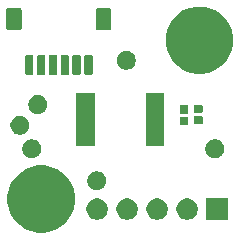
<source format=gbr>
G04 #@! TF.GenerationSoftware,KiCad,Pcbnew,5.1.5-52549c5~84~ubuntu18.04.1*
G04 #@! TF.CreationDate,2020-02-17T23:24:27+01:00*
G04 #@! TF.ProjectId,bldc_motor_encoder,626c6463-5f6d-46f7-946f-725f656e636f,rev?*
G04 #@! TF.SameCoordinates,Original*
G04 #@! TF.FileFunction,Soldermask,Top*
G04 #@! TF.FilePolarity,Negative*
%FSLAX46Y46*%
G04 Gerber Fmt 4.6, Leading zero omitted, Abs format (unit mm)*
G04 Created by KiCad (PCBNEW 5.1.5-52549c5~84~ubuntu18.04.1) date 2020-02-17 23:24:27*
%MOMM*%
%LPD*%
G04 APERTURE LIST*
%ADD10C,0.100000*%
G04 APERTURE END LIST*
D10*
G36*
X134131606Y-94008562D02*
G01*
X134650455Y-94223476D01*
X134959213Y-94429782D01*
X135117406Y-94535483D01*
X135514517Y-94932594D01*
X135537077Y-94966358D01*
X135826524Y-95399545D01*
X136041438Y-95918394D01*
X136151000Y-96469201D01*
X136151000Y-97030799D01*
X136041438Y-97581606D01*
X135826524Y-98100455D01*
X135514516Y-98567407D01*
X135117407Y-98964516D01*
X134650455Y-99276524D01*
X134131606Y-99491438D01*
X133856202Y-99546219D01*
X133580800Y-99601000D01*
X133019200Y-99601000D01*
X132468394Y-99491438D01*
X131949545Y-99276524D01*
X131482593Y-98964516D01*
X131085484Y-98567407D01*
X130773476Y-98100455D01*
X130558562Y-97581606D01*
X130449000Y-97030799D01*
X130449000Y-96469201D01*
X130558562Y-95918394D01*
X130773476Y-95399545D01*
X131062923Y-94966358D01*
X131085483Y-94932594D01*
X131482594Y-94535483D01*
X131640787Y-94429782D01*
X131949545Y-94223476D01*
X132468394Y-94008562D01*
X133019200Y-93899000D01*
X133580800Y-93899000D01*
X134131606Y-94008562D01*
G37*
G36*
X149101000Y-98501000D02*
G01*
X147299000Y-98501000D01*
X147299000Y-96699000D01*
X149101000Y-96699000D01*
X149101000Y-98501000D01*
G37*
G36*
X138153512Y-96703927D02*
G01*
X138302812Y-96733624D01*
X138466784Y-96801544D01*
X138614354Y-96900147D01*
X138739853Y-97025646D01*
X138838456Y-97173216D01*
X138906376Y-97337188D01*
X138941000Y-97511259D01*
X138941000Y-97688741D01*
X138906376Y-97862812D01*
X138838456Y-98026784D01*
X138739853Y-98174354D01*
X138614354Y-98299853D01*
X138466784Y-98398456D01*
X138302812Y-98466376D01*
X138153512Y-98496073D01*
X138128742Y-98501000D01*
X137951258Y-98501000D01*
X137926488Y-98496073D01*
X137777188Y-98466376D01*
X137613216Y-98398456D01*
X137465646Y-98299853D01*
X137340147Y-98174354D01*
X137241544Y-98026784D01*
X137173624Y-97862812D01*
X137139000Y-97688741D01*
X137139000Y-97511259D01*
X137173624Y-97337188D01*
X137241544Y-97173216D01*
X137340147Y-97025646D01*
X137465646Y-96900147D01*
X137613216Y-96801544D01*
X137777188Y-96733624D01*
X137926488Y-96703927D01*
X137951258Y-96699000D01*
X138128742Y-96699000D01*
X138153512Y-96703927D01*
G37*
G36*
X140693512Y-96703927D02*
G01*
X140842812Y-96733624D01*
X141006784Y-96801544D01*
X141154354Y-96900147D01*
X141279853Y-97025646D01*
X141378456Y-97173216D01*
X141446376Y-97337188D01*
X141481000Y-97511259D01*
X141481000Y-97688741D01*
X141446376Y-97862812D01*
X141378456Y-98026784D01*
X141279853Y-98174354D01*
X141154354Y-98299853D01*
X141006784Y-98398456D01*
X140842812Y-98466376D01*
X140693512Y-98496073D01*
X140668742Y-98501000D01*
X140491258Y-98501000D01*
X140466488Y-98496073D01*
X140317188Y-98466376D01*
X140153216Y-98398456D01*
X140005646Y-98299853D01*
X139880147Y-98174354D01*
X139781544Y-98026784D01*
X139713624Y-97862812D01*
X139679000Y-97688741D01*
X139679000Y-97511259D01*
X139713624Y-97337188D01*
X139781544Y-97173216D01*
X139880147Y-97025646D01*
X140005646Y-96900147D01*
X140153216Y-96801544D01*
X140317188Y-96733624D01*
X140466488Y-96703927D01*
X140491258Y-96699000D01*
X140668742Y-96699000D01*
X140693512Y-96703927D01*
G37*
G36*
X143233512Y-96703927D02*
G01*
X143382812Y-96733624D01*
X143546784Y-96801544D01*
X143694354Y-96900147D01*
X143819853Y-97025646D01*
X143918456Y-97173216D01*
X143986376Y-97337188D01*
X144021000Y-97511259D01*
X144021000Y-97688741D01*
X143986376Y-97862812D01*
X143918456Y-98026784D01*
X143819853Y-98174354D01*
X143694354Y-98299853D01*
X143546784Y-98398456D01*
X143382812Y-98466376D01*
X143233512Y-98496073D01*
X143208742Y-98501000D01*
X143031258Y-98501000D01*
X143006488Y-98496073D01*
X142857188Y-98466376D01*
X142693216Y-98398456D01*
X142545646Y-98299853D01*
X142420147Y-98174354D01*
X142321544Y-98026784D01*
X142253624Y-97862812D01*
X142219000Y-97688741D01*
X142219000Y-97511259D01*
X142253624Y-97337188D01*
X142321544Y-97173216D01*
X142420147Y-97025646D01*
X142545646Y-96900147D01*
X142693216Y-96801544D01*
X142857188Y-96733624D01*
X143006488Y-96703927D01*
X143031258Y-96699000D01*
X143208742Y-96699000D01*
X143233512Y-96703927D01*
G37*
G36*
X145773512Y-96703927D02*
G01*
X145922812Y-96733624D01*
X146086784Y-96801544D01*
X146234354Y-96900147D01*
X146359853Y-97025646D01*
X146458456Y-97173216D01*
X146526376Y-97337188D01*
X146561000Y-97511259D01*
X146561000Y-97688741D01*
X146526376Y-97862812D01*
X146458456Y-98026784D01*
X146359853Y-98174354D01*
X146234354Y-98299853D01*
X146086784Y-98398456D01*
X145922812Y-98466376D01*
X145773512Y-98496073D01*
X145748742Y-98501000D01*
X145571258Y-98501000D01*
X145546488Y-98496073D01*
X145397188Y-98466376D01*
X145233216Y-98398456D01*
X145085646Y-98299853D01*
X144960147Y-98174354D01*
X144861544Y-98026784D01*
X144793624Y-97862812D01*
X144759000Y-97688741D01*
X144759000Y-97511259D01*
X144793624Y-97337188D01*
X144861544Y-97173216D01*
X144960147Y-97025646D01*
X145085646Y-96900147D01*
X145233216Y-96801544D01*
X145397188Y-96733624D01*
X145546488Y-96703927D01*
X145571258Y-96699000D01*
X145748742Y-96699000D01*
X145773512Y-96703927D01*
G37*
G36*
X138233642Y-94429781D02*
G01*
X138379414Y-94490162D01*
X138379416Y-94490163D01*
X138510608Y-94577822D01*
X138622178Y-94689392D01*
X138709837Y-94820584D01*
X138709838Y-94820586D01*
X138770219Y-94966358D01*
X138801000Y-95121107D01*
X138801000Y-95278893D01*
X138770219Y-95433642D01*
X138709838Y-95579414D01*
X138709837Y-95579416D01*
X138622178Y-95710608D01*
X138510608Y-95822178D01*
X138379416Y-95909837D01*
X138379415Y-95909838D01*
X138379414Y-95909838D01*
X138233642Y-95970219D01*
X138078893Y-96001000D01*
X137921107Y-96001000D01*
X137766358Y-95970219D01*
X137620586Y-95909838D01*
X137620585Y-95909838D01*
X137620584Y-95909837D01*
X137489392Y-95822178D01*
X137377822Y-95710608D01*
X137290163Y-95579416D01*
X137290162Y-95579414D01*
X137229781Y-95433642D01*
X137199000Y-95278893D01*
X137199000Y-95121107D01*
X137229781Y-94966358D01*
X137290162Y-94820586D01*
X137290163Y-94820584D01*
X137377822Y-94689392D01*
X137489392Y-94577822D01*
X137620584Y-94490163D01*
X137620586Y-94490162D01*
X137766358Y-94429781D01*
X137921107Y-94399000D01*
X138078893Y-94399000D01*
X138233642Y-94429781D01*
G37*
G36*
X148233642Y-91729781D02*
G01*
X148379414Y-91790162D01*
X148379416Y-91790163D01*
X148510608Y-91877822D01*
X148622178Y-91989392D01*
X148709837Y-92120584D01*
X148709838Y-92120586D01*
X148770219Y-92266358D01*
X148801000Y-92421107D01*
X148801000Y-92578893D01*
X148770219Y-92733642D01*
X148709838Y-92879414D01*
X148709837Y-92879416D01*
X148622178Y-93010608D01*
X148510608Y-93122178D01*
X148379416Y-93209837D01*
X148379415Y-93209838D01*
X148379414Y-93209838D01*
X148233642Y-93270219D01*
X148078893Y-93301000D01*
X147921107Y-93301000D01*
X147766358Y-93270219D01*
X147620586Y-93209838D01*
X147620585Y-93209838D01*
X147620584Y-93209837D01*
X147489392Y-93122178D01*
X147377822Y-93010608D01*
X147290163Y-92879416D01*
X147290162Y-92879414D01*
X147229781Y-92733642D01*
X147199000Y-92578893D01*
X147199000Y-92421107D01*
X147229781Y-92266358D01*
X147290162Y-92120586D01*
X147290163Y-92120584D01*
X147377822Y-91989392D01*
X147489392Y-91877822D01*
X147620584Y-91790163D01*
X147620586Y-91790162D01*
X147766358Y-91729781D01*
X147921107Y-91699000D01*
X148078893Y-91699000D01*
X148233642Y-91729781D01*
G37*
G36*
X132733642Y-91729781D02*
G01*
X132879414Y-91790162D01*
X132879416Y-91790163D01*
X133010608Y-91877822D01*
X133122178Y-91989392D01*
X133209837Y-92120584D01*
X133209838Y-92120586D01*
X133270219Y-92266358D01*
X133301000Y-92421107D01*
X133301000Y-92578893D01*
X133270219Y-92733642D01*
X133209838Y-92879414D01*
X133209837Y-92879416D01*
X133122178Y-93010608D01*
X133010608Y-93122178D01*
X132879416Y-93209837D01*
X132879415Y-93209838D01*
X132879414Y-93209838D01*
X132733642Y-93270219D01*
X132578893Y-93301000D01*
X132421107Y-93301000D01*
X132266358Y-93270219D01*
X132120586Y-93209838D01*
X132120585Y-93209838D01*
X132120584Y-93209837D01*
X131989392Y-93122178D01*
X131877822Y-93010608D01*
X131790163Y-92879416D01*
X131790162Y-92879414D01*
X131729781Y-92733642D01*
X131699000Y-92578893D01*
X131699000Y-92421107D01*
X131729781Y-92266358D01*
X131790162Y-92120586D01*
X131790163Y-92120584D01*
X131877822Y-91989392D01*
X131989392Y-91877822D01*
X132120584Y-91790163D01*
X132120586Y-91790162D01*
X132266358Y-91729781D01*
X132421107Y-91699000D01*
X132578893Y-91699000D01*
X132733642Y-91729781D01*
G37*
G36*
X143726000Y-92226000D02*
G01*
X142174000Y-92226000D01*
X142174000Y-87774000D01*
X143726000Y-87774000D01*
X143726000Y-92226000D01*
G37*
G36*
X137826000Y-92226000D02*
G01*
X136274000Y-92226000D01*
X136274000Y-87774000D01*
X137826000Y-87774000D01*
X137826000Y-92226000D01*
G37*
G36*
X131733642Y-89729781D02*
G01*
X131879414Y-89790162D01*
X131879416Y-89790163D01*
X132010608Y-89877822D01*
X132122178Y-89989392D01*
X132209837Y-90120584D01*
X132209838Y-90120586D01*
X132270219Y-90266358D01*
X132301000Y-90421107D01*
X132301000Y-90578893D01*
X132270219Y-90733642D01*
X132209838Y-90879414D01*
X132209837Y-90879416D01*
X132122178Y-91010608D01*
X132010608Y-91122178D01*
X131879416Y-91209837D01*
X131879415Y-91209838D01*
X131879414Y-91209838D01*
X131733642Y-91270219D01*
X131578893Y-91301000D01*
X131421107Y-91301000D01*
X131266358Y-91270219D01*
X131120586Y-91209838D01*
X131120585Y-91209838D01*
X131120584Y-91209837D01*
X130989392Y-91122178D01*
X130877822Y-91010608D01*
X130790163Y-90879416D01*
X130790162Y-90879414D01*
X130729781Y-90733642D01*
X130699000Y-90578893D01*
X130699000Y-90421107D01*
X130729781Y-90266358D01*
X130790162Y-90120586D01*
X130790163Y-90120584D01*
X130877822Y-89989392D01*
X130989392Y-89877822D01*
X131120584Y-89790163D01*
X131120586Y-89790162D01*
X131266358Y-89729781D01*
X131421107Y-89699000D01*
X131578893Y-89699000D01*
X131733642Y-89729781D01*
G37*
G36*
X145681938Y-89791716D02*
G01*
X145702557Y-89797971D01*
X145721553Y-89808124D01*
X145738208Y-89821792D01*
X145751876Y-89838447D01*
X145762029Y-89857443D01*
X145768284Y-89878062D01*
X145771000Y-89905640D01*
X145771000Y-90364360D01*
X145768284Y-90391938D01*
X145762029Y-90412557D01*
X145751876Y-90431553D01*
X145738208Y-90448208D01*
X145721553Y-90461876D01*
X145702557Y-90472029D01*
X145681938Y-90478284D01*
X145654360Y-90481000D01*
X145145640Y-90481000D01*
X145118062Y-90478284D01*
X145097443Y-90472029D01*
X145078447Y-90461876D01*
X145061792Y-90448208D01*
X145048124Y-90431553D01*
X145037971Y-90412557D01*
X145031716Y-90391938D01*
X145029000Y-90364360D01*
X145029000Y-89905640D01*
X145031716Y-89878062D01*
X145037971Y-89857443D01*
X145048124Y-89838447D01*
X145061792Y-89821792D01*
X145078447Y-89808124D01*
X145097443Y-89797971D01*
X145118062Y-89791716D01*
X145145640Y-89789000D01*
X145654360Y-89789000D01*
X145681938Y-89791716D01*
G37*
G36*
X146881938Y-89741716D02*
G01*
X146902557Y-89747971D01*
X146921553Y-89758124D01*
X146938208Y-89771792D01*
X146951876Y-89788447D01*
X146962029Y-89807443D01*
X146968284Y-89828062D01*
X146971000Y-89855640D01*
X146971000Y-90314360D01*
X146968284Y-90341938D01*
X146962029Y-90362557D01*
X146951876Y-90381553D01*
X146938208Y-90398208D01*
X146921553Y-90411876D01*
X146902557Y-90422029D01*
X146881938Y-90428284D01*
X146854360Y-90431000D01*
X146345640Y-90431000D01*
X146318062Y-90428284D01*
X146297443Y-90422029D01*
X146278447Y-90411876D01*
X146261792Y-90398208D01*
X146248124Y-90381553D01*
X146237971Y-90362557D01*
X146231716Y-90341938D01*
X146229000Y-90314360D01*
X146229000Y-89855640D01*
X146231716Y-89828062D01*
X146237971Y-89807443D01*
X146248124Y-89788447D01*
X146261792Y-89771792D01*
X146278447Y-89758124D01*
X146297443Y-89747971D01*
X146318062Y-89741716D01*
X146345640Y-89739000D01*
X146854360Y-89739000D01*
X146881938Y-89741716D01*
G37*
G36*
X133233642Y-87979781D02*
G01*
X133379414Y-88040162D01*
X133379416Y-88040163D01*
X133510608Y-88127822D01*
X133622178Y-88239392D01*
X133680047Y-88326000D01*
X133709838Y-88370586D01*
X133770219Y-88516358D01*
X133801000Y-88671107D01*
X133801000Y-88828893D01*
X133770219Y-88983642D01*
X133732791Y-89074000D01*
X133709837Y-89129416D01*
X133622178Y-89260608D01*
X133510608Y-89372178D01*
X133379416Y-89459837D01*
X133379415Y-89459838D01*
X133379414Y-89459838D01*
X133233642Y-89520219D01*
X133078893Y-89551000D01*
X132921107Y-89551000D01*
X132766358Y-89520219D01*
X132620586Y-89459838D01*
X132620585Y-89459838D01*
X132620584Y-89459837D01*
X132489392Y-89372178D01*
X132377822Y-89260608D01*
X132290163Y-89129416D01*
X132267209Y-89074000D01*
X132229781Y-88983642D01*
X132199000Y-88828893D01*
X132199000Y-88671107D01*
X132229781Y-88516358D01*
X132290162Y-88370586D01*
X132319953Y-88326000D01*
X132377822Y-88239392D01*
X132489392Y-88127822D01*
X132620584Y-88040163D01*
X132620586Y-88040162D01*
X132766358Y-87979781D01*
X132921107Y-87949000D01*
X133078893Y-87949000D01*
X133233642Y-87979781D01*
G37*
G36*
X145681938Y-88821716D02*
G01*
X145702557Y-88827971D01*
X145721553Y-88838124D01*
X145738208Y-88851792D01*
X145751876Y-88868447D01*
X145762029Y-88887443D01*
X145768284Y-88908062D01*
X145771000Y-88935640D01*
X145771000Y-89394360D01*
X145768284Y-89421938D01*
X145762029Y-89442557D01*
X145751876Y-89461553D01*
X145738208Y-89478208D01*
X145721553Y-89491876D01*
X145702557Y-89502029D01*
X145681938Y-89508284D01*
X145654360Y-89511000D01*
X145145640Y-89511000D01*
X145118062Y-89508284D01*
X145097443Y-89502029D01*
X145078447Y-89491876D01*
X145061792Y-89478208D01*
X145048124Y-89461553D01*
X145037971Y-89442557D01*
X145031716Y-89421938D01*
X145029000Y-89394360D01*
X145029000Y-88935640D01*
X145031716Y-88908062D01*
X145037971Y-88887443D01*
X145048124Y-88868447D01*
X145061792Y-88851792D01*
X145078447Y-88838124D01*
X145097443Y-88827971D01*
X145118062Y-88821716D01*
X145145640Y-88819000D01*
X145654360Y-88819000D01*
X145681938Y-88821716D01*
G37*
G36*
X146881938Y-88771716D02*
G01*
X146902557Y-88777971D01*
X146921553Y-88788124D01*
X146938208Y-88801792D01*
X146951876Y-88818447D01*
X146962029Y-88837443D01*
X146968284Y-88858062D01*
X146971000Y-88885640D01*
X146971000Y-89344360D01*
X146968284Y-89371938D01*
X146962029Y-89392557D01*
X146951876Y-89411553D01*
X146938208Y-89428208D01*
X146921553Y-89441876D01*
X146902557Y-89452029D01*
X146881938Y-89458284D01*
X146854360Y-89461000D01*
X146345640Y-89461000D01*
X146318062Y-89458284D01*
X146297443Y-89452029D01*
X146278447Y-89441876D01*
X146261792Y-89428208D01*
X146248124Y-89411553D01*
X146237971Y-89392557D01*
X146231716Y-89371938D01*
X146229000Y-89344360D01*
X146229000Y-88885640D01*
X146231716Y-88858062D01*
X146237971Y-88837443D01*
X146248124Y-88818447D01*
X146261792Y-88801792D01*
X146278447Y-88788124D01*
X146297443Y-88777971D01*
X146318062Y-88771716D01*
X146345640Y-88769000D01*
X146854360Y-88769000D01*
X146881938Y-88771716D01*
G37*
G36*
X135559928Y-84576764D02*
G01*
X135581009Y-84583160D01*
X135600445Y-84593548D01*
X135617476Y-84607524D01*
X135631452Y-84624555D01*
X135641840Y-84643991D01*
X135648236Y-84665072D01*
X135651000Y-84693140D01*
X135651000Y-86106860D01*
X135648236Y-86134928D01*
X135641840Y-86156009D01*
X135631452Y-86175445D01*
X135617476Y-86192476D01*
X135600445Y-86206452D01*
X135581009Y-86216840D01*
X135559928Y-86223236D01*
X135531860Y-86226000D01*
X135068140Y-86226000D01*
X135040072Y-86223236D01*
X135018991Y-86216840D01*
X134999555Y-86206452D01*
X134982524Y-86192476D01*
X134968548Y-86175445D01*
X134958160Y-86156009D01*
X134951764Y-86134928D01*
X134949000Y-86106860D01*
X134949000Y-84693140D01*
X134951764Y-84665072D01*
X134958160Y-84643991D01*
X134968548Y-84624555D01*
X134982524Y-84607524D01*
X134999555Y-84593548D01*
X135018991Y-84583160D01*
X135040072Y-84576764D01*
X135068140Y-84574000D01*
X135531860Y-84574000D01*
X135559928Y-84576764D01*
G37*
G36*
X137559928Y-84576764D02*
G01*
X137581009Y-84583160D01*
X137600445Y-84593548D01*
X137617476Y-84607524D01*
X137631452Y-84624555D01*
X137641840Y-84643991D01*
X137648236Y-84665072D01*
X137651000Y-84693140D01*
X137651000Y-86106860D01*
X137648236Y-86134928D01*
X137641840Y-86156009D01*
X137631452Y-86175445D01*
X137617476Y-86192476D01*
X137600445Y-86206452D01*
X137581009Y-86216840D01*
X137559928Y-86223236D01*
X137531860Y-86226000D01*
X137068140Y-86226000D01*
X137040072Y-86223236D01*
X137018991Y-86216840D01*
X136999555Y-86206452D01*
X136982524Y-86192476D01*
X136968548Y-86175445D01*
X136958160Y-86156009D01*
X136951764Y-86134928D01*
X136949000Y-86106860D01*
X136949000Y-84693140D01*
X136951764Y-84665072D01*
X136958160Y-84643991D01*
X136968548Y-84624555D01*
X136982524Y-84607524D01*
X136999555Y-84593548D01*
X137018991Y-84583160D01*
X137040072Y-84576764D01*
X137068140Y-84574000D01*
X137531860Y-84574000D01*
X137559928Y-84576764D01*
G37*
G36*
X136559928Y-84576764D02*
G01*
X136581009Y-84583160D01*
X136600445Y-84593548D01*
X136617476Y-84607524D01*
X136631452Y-84624555D01*
X136641840Y-84643991D01*
X136648236Y-84665072D01*
X136651000Y-84693140D01*
X136651000Y-86106860D01*
X136648236Y-86134928D01*
X136641840Y-86156009D01*
X136631452Y-86175445D01*
X136617476Y-86192476D01*
X136600445Y-86206452D01*
X136581009Y-86216840D01*
X136559928Y-86223236D01*
X136531860Y-86226000D01*
X136068140Y-86226000D01*
X136040072Y-86223236D01*
X136018991Y-86216840D01*
X135999555Y-86206452D01*
X135982524Y-86192476D01*
X135968548Y-86175445D01*
X135958160Y-86156009D01*
X135951764Y-86134928D01*
X135949000Y-86106860D01*
X135949000Y-84693140D01*
X135951764Y-84665072D01*
X135958160Y-84643991D01*
X135968548Y-84624555D01*
X135982524Y-84607524D01*
X135999555Y-84593548D01*
X136018991Y-84583160D01*
X136040072Y-84576764D01*
X136068140Y-84574000D01*
X136531860Y-84574000D01*
X136559928Y-84576764D01*
G37*
G36*
X132559928Y-84576764D02*
G01*
X132581009Y-84583160D01*
X132600445Y-84593548D01*
X132617476Y-84607524D01*
X132631452Y-84624555D01*
X132641840Y-84643991D01*
X132648236Y-84665072D01*
X132651000Y-84693140D01*
X132651000Y-86106860D01*
X132648236Y-86134928D01*
X132641840Y-86156009D01*
X132631452Y-86175445D01*
X132617476Y-86192476D01*
X132600445Y-86206452D01*
X132581009Y-86216840D01*
X132559928Y-86223236D01*
X132531860Y-86226000D01*
X132068140Y-86226000D01*
X132040072Y-86223236D01*
X132018991Y-86216840D01*
X131999555Y-86206452D01*
X131982524Y-86192476D01*
X131968548Y-86175445D01*
X131958160Y-86156009D01*
X131951764Y-86134928D01*
X131949000Y-86106860D01*
X131949000Y-84693140D01*
X131951764Y-84665072D01*
X131958160Y-84643991D01*
X131968548Y-84624555D01*
X131982524Y-84607524D01*
X131999555Y-84593548D01*
X132018991Y-84583160D01*
X132040072Y-84576764D01*
X132068140Y-84574000D01*
X132531860Y-84574000D01*
X132559928Y-84576764D01*
G37*
G36*
X134559928Y-84576764D02*
G01*
X134581009Y-84583160D01*
X134600445Y-84593548D01*
X134617476Y-84607524D01*
X134631452Y-84624555D01*
X134641840Y-84643991D01*
X134648236Y-84665072D01*
X134651000Y-84693140D01*
X134651000Y-86106860D01*
X134648236Y-86134928D01*
X134641840Y-86156009D01*
X134631452Y-86175445D01*
X134617476Y-86192476D01*
X134600445Y-86206452D01*
X134581009Y-86216840D01*
X134559928Y-86223236D01*
X134531860Y-86226000D01*
X134068140Y-86226000D01*
X134040072Y-86223236D01*
X134018991Y-86216840D01*
X133999555Y-86206452D01*
X133982524Y-86192476D01*
X133968548Y-86175445D01*
X133958160Y-86156009D01*
X133951764Y-86134928D01*
X133949000Y-86106860D01*
X133949000Y-84693140D01*
X133951764Y-84665072D01*
X133958160Y-84643991D01*
X133968548Y-84624555D01*
X133982524Y-84607524D01*
X133999555Y-84593548D01*
X134018991Y-84583160D01*
X134040072Y-84576764D01*
X134068140Y-84574000D01*
X134531860Y-84574000D01*
X134559928Y-84576764D01*
G37*
G36*
X133559928Y-84576764D02*
G01*
X133581009Y-84583160D01*
X133600445Y-84593548D01*
X133617476Y-84607524D01*
X133631452Y-84624555D01*
X133641840Y-84643991D01*
X133648236Y-84665072D01*
X133651000Y-84693140D01*
X133651000Y-86106860D01*
X133648236Y-86134928D01*
X133641840Y-86156009D01*
X133631452Y-86175445D01*
X133617476Y-86192476D01*
X133600445Y-86206452D01*
X133581009Y-86216840D01*
X133559928Y-86223236D01*
X133531860Y-86226000D01*
X133068140Y-86226000D01*
X133040072Y-86223236D01*
X133018991Y-86216840D01*
X132999555Y-86206452D01*
X132982524Y-86192476D01*
X132968548Y-86175445D01*
X132958160Y-86156009D01*
X132951764Y-86134928D01*
X132949000Y-86106860D01*
X132949000Y-84693140D01*
X132951764Y-84665072D01*
X132958160Y-84643991D01*
X132968548Y-84624555D01*
X132982524Y-84607524D01*
X132999555Y-84593548D01*
X133018991Y-84583160D01*
X133040072Y-84576764D01*
X133068140Y-84574000D01*
X133531860Y-84574000D01*
X133559928Y-84576764D01*
G37*
G36*
X147256202Y-80503781D02*
G01*
X147531606Y-80558562D01*
X148050455Y-80773476D01*
X148517407Y-81085484D01*
X148914516Y-81482593D01*
X149226524Y-81949545D01*
X149441438Y-82468394D01*
X149551000Y-83019201D01*
X149551000Y-83580799D01*
X149441438Y-84131606D01*
X149226524Y-84650455D01*
X148914516Y-85117407D01*
X148517407Y-85514516D01*
X148050455Y-85826524D01*
X147531606Y-86041438D01*
X147256202Y-86096219D01*
X146980800Y-86151000D01*
X146419200Y-86151000D01*
X146143798Y-86096219D01*
X145868394Y-86041438D01*
X145349545Y-85826524D01*
X144882593Y-85514516D01*
X144485484Y-85117407D01*
X144173476Y-84650455D01*
X143958562Y-84131606D01*
X143849000Y-83580799D01*
X143849000Y-83019201D01*
X143958562Y-82468394D01*
X144173476Y-81949545D01*
X144485484Y-81482593D01*
X144882593Y-81085484D01*
X145349545Y-80773476D01*
X145868394Y-80558562D01*
X146419200Y-80449000D01*
X146980800Y-80449000D01*
X147256202Y-80503781D01*
G37*
G36*
X140733642Y-84229781D02*
G01*
X140879414Y-84290162D01*
X140879416Y-84290163D01*
X141010608Y-84377822D01*
X141122178Y-84489392D01*
X141209837Y-84620584D01*
X141209838Y-84620586D01*
X141270219Y-84766358D01*
X141301000Y-84921107D01*
X141301000Y-85078893D01*
X141270219Y-85233642D01*
X141209838Y-85379414D01*
X141209837Y-85379416D01*
X141122178Y-85510608D01*
X141010608Y-85622178D01*
X140879416Y-85709837D01*
X140879415Y-85709838D01*
X140879414Y-85709838D01*
X140733642Y-85770219D01*
X140578893Y-85801000D01*
X140421107Y-85801000D01*
X140266358Y-85770219D01*
X140120586Y-85709838D01*
X140120585Y-85709838D01*
X140120584Y-85709837D01*
X139989392Y-85622178D01*
X139877822Y-85510608D01*
X139790163Y-85379416D01*
X139790162Y-85379414D01*
X139729781Y-85233642D01*
X139699000Y-85078893D01*
X139699000Y-84921107D01*
X139729781Y-84766358D01*
X139790162Y-84620586D01*
X139790163Y-84620584D01*
X139877822Y-84489392D01*
X139989392Y-84377822D01*
X140120584Y-84290163D01*
X140120586Y-84290162D01*
X140266358Y-84229781D01*
X140421107Y-84199000D01*
X140578893Y-84199000D01*
X140733642Y-84229781D01*
G37*
G36*
X139091242Y-80578404D02*
G01*
X139128337Y-80589657D01*
X139162515Y-80607925D01*
X139192481Y-80632519D01*
X139217075Y-80662485D01*
X139235343Y-80696663D01*
X139246596Y-80733758D01*
X139251000Y-80778474D01*
X139251000Y-82271526D01*
X139246596Y-82316242D01*
X139235343Y-82353337D01*
X139217075Y-82387515D01*
X139192481Y-82417481D01*
X139162515Y-82442075D01*
X139128337Y-82460343D01*
X139091242Y-82471596D01*
X139046526Y-82476000D01*
X138153474Y-82476000D01*
X138108758Y-82471596D01*
X138071663Y-82460343D01*
X138037485Y-82442075D01*
X138007519Y-82417481D01*
X137982925Y-82387515D01*
X137964657Y-82353337D01*
X137953404Y-82316242D01*
X137949000Y-82271526D01*
X137949000Y-80778474D01*
X137953404Y-80733758D01*
X137964657Y-80696663D01*
X137982925Y-80662485D01*
X138007519Y-80632519D01*
X138037485Y-80607925D01*
X138071663Y-80589657D01*
X138108758Y-80578404D01*
X138153474Y-80574000D01*
X139046526Y-80574000D01*
X139091242Y-80578404D01*
G37*
G36*
X131491242Y-80578404D02*
G01*
X131528337Y-80589657D01*
X131562515Y-80607925D01*
X131592481Y-80632519D01*
X131617075Y-80662485D01*
X131635343Y-80696663D01*
X131646596Y-80733758D01*
X131651000Y-80778474D01*
X131651000Y-82271526D01*
X131646596Y-82316242D01*
X131635343Y-82353337D01*
X131617075Y-82387515D01*
X131592481Y-82417481D01*
X131562515Y-82442075D01*
X131528337Y-82460343D01*
X131491242Y-82471596D01*
X131446526Y-82476000D01*
X130553474Y-82476000D01*
X130508758Y-82471596D01*
X130471663Y-82460343D01*
X130437485Y-82442075D01*
X130407519Y-82417481D01*
X130382925Y-82387515D01*
X130364657Y-82353337D01*
X130353404Y-82316242D01*
X130349000Y-82271526D01*
X130349000Y-80778474D01*
X130353404Y-80733758D01*
X130364657Y-80696663D01*
X130382925Y-80662485D01*
X130407519Y-80632519D01*
X130437485Y-80607925D01*
X130471663Y-80589657D01*
X130508758Y-80578404D01*
X130553474Y-80574000D01*
X131446526Y-80574000D01*
X131491242Y-80578404D01*
G37*
M02*

</source>
